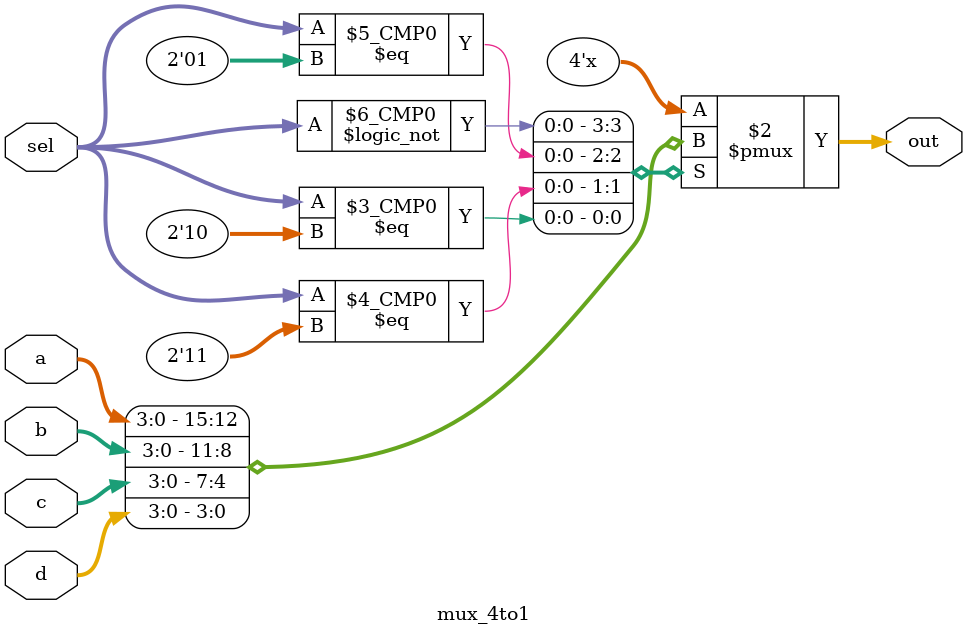
<source format=v>
`timescale 1ns / 1ps


module mux_4to1(
    input [3:0] a,
    input [3:0] b,
    input [3:0] c,
    input [3:0] d,
    input [1:0] sel,
    output reg [3:0] out
    );
    always @ (*) begin
    case(sel)
    2'b00 : out <= a;
    2'b01 : out <= b;
    2'b11 : out <= c;
    2'b10 : out <= d;
    endcase
    end
endmodule

</source>
